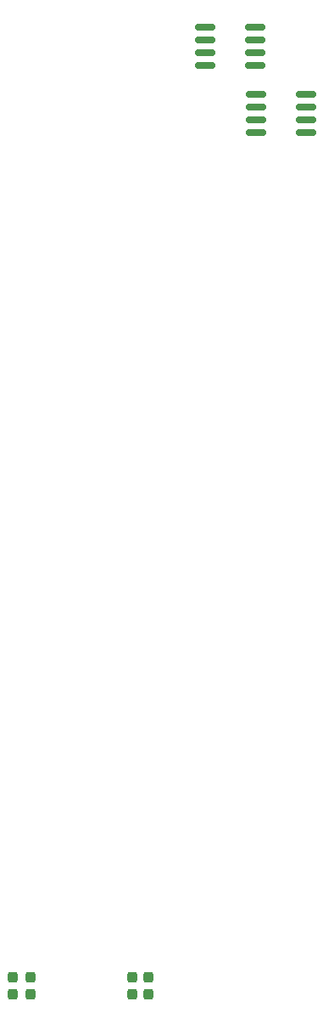
<source format=gbp>
G04 #@! TF.GenerationSoftware,KiCad,Pcbnew,(6.0.5)*
G04 #@! TF.CreationDate,2022-05-13T08:12:08+02:00*
G04 #@! TF.ProjectId,MEV_board,4d45565f-626f-4617-9264-2e6b69636164,rev?*
G04 #@! TF.SameCoordinates,Original*
G04 #@! TF.FileFunction,Paste,Bot*
G04 #@! TF.FilePolarity,Positive*
%FSLAX46Y46*%
G04 Gerber Fmt 4.6, Leading zero omitted, Abs format (unit mm)*
G04 Created by KiCad (PCBNEW (6.0.5)) date 2022-05-13 08:12:08*
%MOMM*%
%LPD*%
G01*
G04 APERTURE LIST*
G04 Aperture macros list*
%AMRoundRect*
0 Rectangle with rounded corners*
0 $1 Rounding radius*
0 $2 $3 $4 $5 $6 $7 $8 $9 X,Y pos of 4 corners*
0 Add a 4 corners polygon primitive as box body*
4,1,4,$2,$3,$4,$5,$6,$7,$8,$9,$2,$3,0*
0 Add four circle primitives for the rounded corners*
1,1,$1+$1,$2,$3*
1,1,$1+$1,$4,$5*
1,1,$1+$1,$6,$7*
1,1,$1+$1,$8,$9*
0 Add four rect primitives between the rounded corners*
20,1,$1+$1,$2,$3,$4,$5,0*
20,1,$1+$1,$4,$5,$6,$7,0*
20,1,$1+$1,$6,$7,$8,$9,0*
20,1,$1+$1,$8,$9,$2,$3,0*%
G04 Aperture macros list end*
%ADD10RoundRect,0.150000X-0.825000X-0.150000X0.825000X-0.150000X0.825000X0.150000X-0.825000X0.150000X0*%
%ADD11RoundRect,0.237500X-0.237500X0.300000X-0.237500X-0.300000X0.237500X-0.300000X0.237500X0.300000X0*%
%ADD12RoundRect,0.237500X0.237500X-0.300000X0.237500X0.300000X-0.237500X0.300000X-0.237500X-0.300000X0*%
G04 APERTURE END LIST*
D10*
X136406500Y-56807100D03*
X136406500Y-55537100D03*
X136406500Y-54267100D03*
X136406500Y-52997100D03*
X141356500Y-52997100D03*
X141356500Y-54267100D03*
X141356500Y-55537100D03*
X141356500Y-56807100D03*
X141486500Y-63461900D03*
X141486500Y-62191900D03*
X141486500Y-60921900D03*
X141486500Y-59651900D03*
X146436500Y-59651900D03*
X146436500Y-60921900D03*
X146436500Y-62191900D03*
X146436500Y-63461900D03*
D11*
X118941500Y-147600500D03*
X118941500Y-149325500D03*
X129135000Y-147600500D03*
X129135000Y-149325500D03*
D12*
X130746500Y-149325500D03*
X130746500Y-147600500D03*
X117157500Y-149325500D03*
X117157500Y-147600500D03*
M02*

</source>
